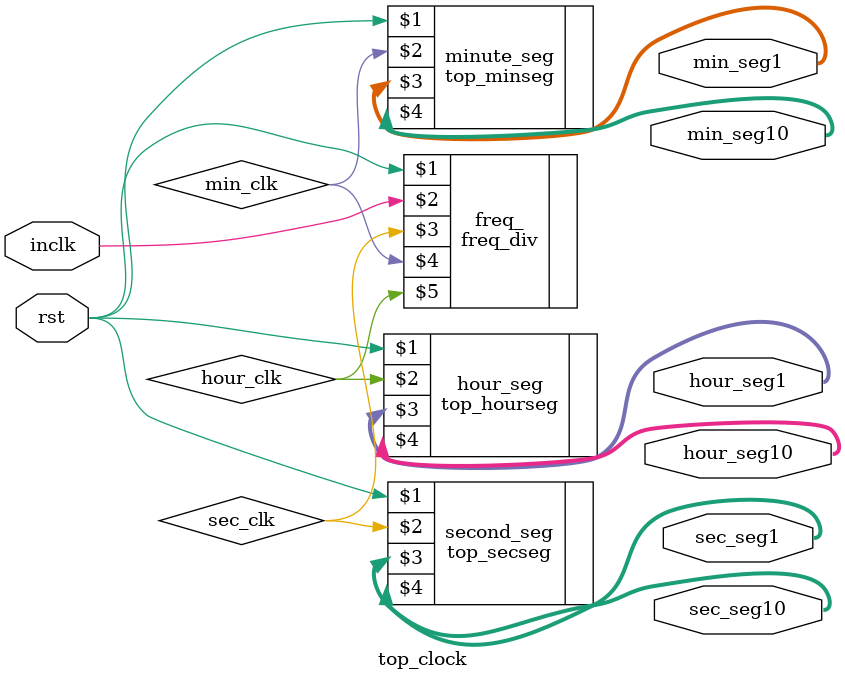
<source format=v>
module top_clock(
    rst,inclk,
    sec_seg1,sec_seg10,
    min_seg1,min_seg10,
    hour_seg1,hour_seg10
);

input rst,inclk;

output wire [6:0] sec_seg1,sec_seg10;
output wire [6:0] min_seg1,min_seg10;
output wire [6:0] hour_seg1,hour_seg10;

wire sec_clk,min_clk,hour_clk;

freq_div freq_(rst,inclk,sec_clk,min_clk,hour_clk);
top_secseg second_seg(rst,sec_clk,sec_seg1,sec_seg10);
top_minseg minute_seg(rst,min_clk,min_seg1,min_seg10);
top_hourseg hour_seg(rst,hour_clk,hour_seg1,hour_seg10);



endmodule //

</source>
